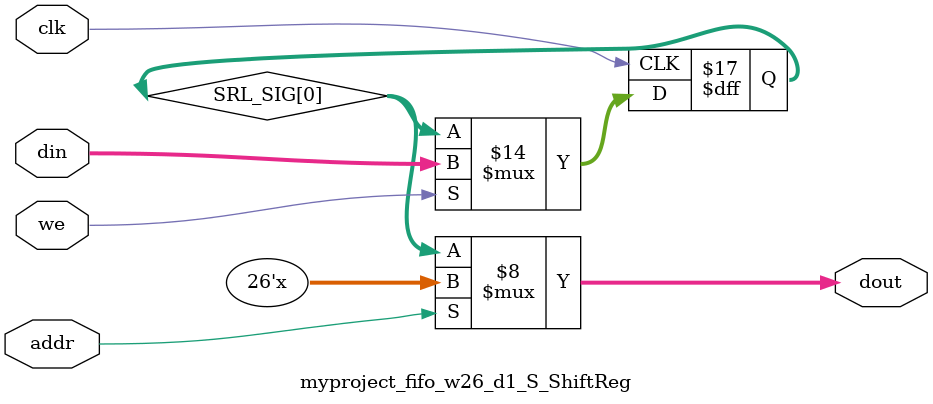
<source format=v>

`timescale 1ns/1ps

module myproject_fifo_w26_d1_S
#(parameter
    MEM_STYLE    = "shiftReg",
    DATA_WIDTH   = 26,
    ADDR_WIDTH   = 1,
    DEPTH        = 1)
(
    // system signal
    input  wire                  clk,
    input  wire                  reset,

    // write
    output wire                  if_full_n,
    input  wire                  if_write_ce,
    input  wire                  if_write,
    input  wire [DATA_WIDTH-1:0] if_din,
    
    // read 
    output wire [ADDR_WIDTH:0]   if_num_data_valid, // for FRP
    output wire [ADDR_WIDTH:0]   if_fifo_cap,       // for FRP

    output wire                  if_empty_n,
    input  wire                  if_read_ce,
    input  wire                  if_read,
    output wire [DATA_WIDTH-1:0] if_dout
);
//------------------------Parameter----------------------
localparam 
    SRL_DEPTH    = DEPTH,
    SRL_AWIDTH   = ADDR_WIDTH;
//------------------------Local signal-------------------
    reg  [SRL_AWIDTH-1:0] addr;
    wire                  push;
    wire                  pop;
    reg  [SRL_AWIDTH:0]   mOutPtr;
    reg                   empty_n = 1'b0;
    reg                   full_n = 1'b1; 

//------------------------Instantiation------------------
    myproject_fifo_w26_d1_S_ShiftReg 
    #(  .DATA_WIDTH (DATA_WIDTH),
        .ADDR_WIDTH (SRL_AWIDTH),
        .DEPTH      (SRL_DEPTH))
    U_myproject_fifo_w26_d1_S_ShiftReg (
        .clk        (clk),
        .we         (push),
        .addr       (addr),
        .din        (if_din),
        .dout       (if_dout)
    );
//------------------------Task and function--------------

//------------------------Body---------------------------
    // num_data_valid 
    assign if_num_data_valid = mOutPtr;
    assign if_fifo_cap       = DEPTH;

    // almost full/empty 

    // program full/empty 

    assign if_full_n  = full_n; 
    assign if_empty_n = empty_n;

    assign push       = full_n & if_write_ce & if_write;
    assign pop        = empty_n & if_read_ce & if_read;

    // addr
    always @(posedge clk) begin
        if (reset)
            addr <= {SRL_AWIDTH{1'b0}};
        else if (push & ~pop && empty_n)
            addr <= addr + 1'b1;
        else if (~push & pop && (mOutPtr != 1))
            addr <= addr - 1'b1;
    end

    // mOutPtr
    always @(posedge clk) begin
        if (reset)
            mOutPtr <= {SRL_AWIDTH+1{1'b0}};
        else if (push & ~pop)
            mOutPtr <= mOutPtr + 1'b1;
        else if (~push & pop)
            mOutPtr <= mOutPtr - 1'b1;
    end

    // full_n
    always @(posedge clk) begin
        if (reset)
            full_n <= 1'b1;
        else if ((push & ~pop) && (mOutPtr == DEPTH - 1))
            full_n <= 1'b0;
        else if (~push & pop)
            full_n <= 1'b1;
    end

    // empty_n
    always @(posedge clk) begin
        if (reset)
            empty_n <= 1'b0;
        else if (push & ~pop)
            empty_n <= 1'b1;
        else if ((~push & pop) && (mOutPtr == 1))
            empty_n <= 1'b0;
    end

    // almost_full_n 

    // almost_empty_n 

    // prog_full_n 
 
    // prog_empty_n 

endmodule  


module myproject_fifo_w26_d1_S_ShiftReg
#(parameter
    DATA_WIDTH  = 26,
    ADDR_WIDTH  = 1,
    DEPTH       = 1)
(
    input  wire                  clk,
    input  wire                  we,
    input  wire [ADDR_WIDTH-1:0] addr,
    input  wire [DATA_WIDTH-1:0] din,
    output wire [DATA_WIDTH-1:0] dout
);

    reg [DATA_WIDTH-1:0] SRL_SIG [0:DEPTH-1];
    integer i;

    always @(posedge clk) begin
        if (we) begin
            for (i=0; i<DEPTH-1; i=i+1)
                SRL_SIG[i+1] <= SRL_SIG[i];
            SRL_SIG[0] <= din;
        end
    end

    assign dout = SRL_SIG[addr];

endmodule
</source>
